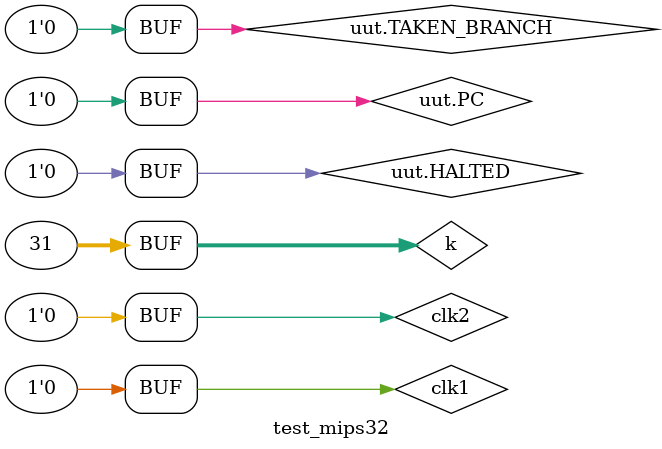
<source format=v>
module test_mips32; 

 reg clk1, clk2; 
 integer k; 
 
 pipe_MIPS32 uut (clk1, clk2); 
 
 initial 
 begin 
     clk1 = 0; clk2 = 0; 
     repeat (100) // Generating two-phase clock 
     begin 
     #5 clk1 = 1; #5 clk1 = 0; 
     #5 clk2 = 1; #5 clk2 = 0; 
     end 
 end
 initial 
 begin 
     for (k=0; k<31; k=k+1) 
     uut.Reg[k] = 0; 
     
     // Arithmetic , Load and store operations...
     uut.Mem[0] = 32'h2801000a; 
     uut.Mem[1] = 32'h0ce77800;
     uut.Mem[1] = 32'h0ce77800;
     uut.Mem[2] = 32'h28020014;
     uut.Mem[3] = 32'h0ce77800;
     uut.Mem[4] = 32'h04411800;
     uut.Mem[5] = 32'h0ce77800;
     uut.Mem[6] = 32'h20220000;
     uut.Mem[7] = 32'h0ce77800;
     uut.Mem[8] = 32'h24810000;
    
    
     uut.PC = 0; 
     uut.HALTED = 0; 
     uut.TAKEN_BRANCH = 0; 

 end 
 endmodule

</source>
